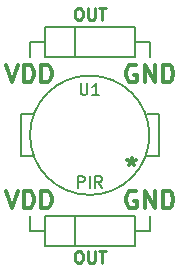
<source format=gto>
G04 (created by PCBNEW (2013-june-11)-stable) date Mon 31 Mar 2014 06:26:42 AM PDT*
%MOIN*%
G04 Gerber Fmt 3.4, Leading zero omitted, Abs format*
%FSLAX34Y34*%
G01*
G70*
G90*
G04 APERTURE LIST*
%ADD10C,0.00590551*%
%ADD11C,0.00787402*%
%ADD12C,0.01*%
%ADD13C,0.011811*%
%ADD14C,0.006*%
G04 APERTURE END LIST*
G54D10*
G54D11*
X84300Y-61500D02*
X84300Y-61000D01*
X83800Y-61500D02*
X84300Y-61500D01*
X80300Y-61500D02*
X80300Y-61000D01*
X80800Y-61500D02*
X80300Y-61500D01*
X84300Y-55200D02*
X84300Y-55700D01*
X83800Y-55200D02*
X84300Y-55200D01*
X80300Y-55200D02*
X80300Y-55700D01*
X80800Y-55200D02*
X80300Y-55200D01*
G54D12*
X81900Y-54061D02*
X81976Y-54061D01*
X82014Y-54080D01*
X82052Y-54119D01*
X82071Y-54195D01*
X82071Y-54328D01*
X82052Y-54404D01*
X82014Y-54442D01*
X81976Y-54461D01*
X81900Y-54461D01*
X81861Y-54442D01*
X81823Y-54404D01*
X81804Y-54328D01*
X81804Y-54195D01*
X81823Y-54119D01*
X81861Y-54080D01*
X81900Y-54061D01*
X82242Y-54061D02*
X82242Y-54385D01*
X82261Y-54423D01*
X82280Y-54442D01*
X82319Y-54461D01*
X82395Y-54461D01*
X82433Y-54442D01*
X82452Y-54423D01*
X82471Y-54385D01*
X82471Y-54061D01*
X82604Y-54061D02*
X82833Y-54061D01*
X82719Y-54461D02*
X82719Y-54061D01*
X81900Y-62161D02*
X81976Y-62161D01*
X82014Y-62180D01*
X82052Y-62219D01*
X82071Y-62295D01*
X82071Y-62428D01*
X82052Y-62504D01*
X82014Y-62542D01*
X81976Y-62561D01*
X81900Y-62561D01*
X81861Y-62542D01*
X81823Y-62504D01*
X81804Y-62428D01*
X81804Y-62295D01*
X81823Y-62219D01*
X81861Y-62180D01*
X81900Y-62161D01*
X82242Y-62161D02*
X82242Y-62485D01*
X82261Y-62523D01*
X82280Y-62542D01*
X82319Y-62561D01*
X82395Y-62561D01*
X82433Y-62542D01*
X82452Y-62523D01*
X82471Y-62485D01*
X82471Y-62161D01*
X82604Y-62161D02*
X82833Y-62161D01*
X82719Y-62561D02*
X82719Y-62161D01*
G54D13*
X83850Y-55976D02*
X83793Y-55948D01*
X83709Y-55948D01*
X83625Y-55976D01*
X83568Y-56032D01*
X83540Y-56089D01*
X83512Y-56201D01*
X83512Y-56285D01*
X83540Y-56398D01*
X83568Y-56454D01*
X83625Y-56510D01*
X83709Y-56539D01*
X83765Y-56539D01*
X83850Y-56510D01*
X83878Y-56482D01*
X83878Y-56285D01*
X83765Y-56285D01*
X84131Y-56539D02*
X84131Y-55948D01*
X84468Y-56539D01*
X84468Y-55948D01*
X84749Y-56539D02*
X84749Y-55948D01*
X84890Y-55948D01*
X84974Y-55976D01*
X85031Y-56032D01*
X85059Y-56089D01*
X85087Y-56201D01*
X85087Y-56285D01*
X85059Y-56398D01*
X85031Y-56454D01*
X84974Y-56510D01*
X84890Y-56539D01*
X84749Y-56539D01*
X79512Y-55948D02*
X79709Y-56539D01*
X79906Y-55948D01*
X80103Y-56539D02*
X80103Y-55948D01*
X80243Y-55948D01*
X80328Y-55976D01*
X80384Y-56032D01*
X80412Y-56089D01*
X80440Y-56201D01*
X80440Y-56285D01*
X80412Y-56398D01*
X80384Y-56454D01*
X80328Y-56510D01*
X80243Y-56539D01*
X80103Y-56539D01*
X80693Y-56539D02*
X80693Y-55948D01*
X80834Y-55948D01*
X80918Y-55976D01*
X80974Y-56032D01*
X81003Y-56089D01*
X81031Y-56201D01*
X81031Y-56285D01*
X81003Y-56398D01*
X80974Y-56454D01*
X80918Y-56510D01*
X80834Y-56539D01*
X80693Y-56539D01*
X79512Y-60148D02*
X79709Y-60739D01*
X79906Y-60148D01*
X80103Y-60739D02*
X80103Y-60148D01*
X80243Y-60148D01*
X80328Y-60176D01*
X80384Y-60232D01*
X80412Y-60289D01*
X80440Y-60401D01*
X80440Y-60485D01*
X80412Y-60598D01*
X80384Y-60654D01*
X80328Y-60710D01*
X80243Y-60739D01*
X80103Y-60739D01*
X80693Y-60739D02*
X80693Y-60148D01*
X80834Y-60148D01*
X80918Y-60176D01*
X80974Y-60232D01*
X81003Y-60289D01*
X81031Y-60401D01*
X81031Y-60485D01*
X81003Y-60598D01*
X80974Y-60654D01*
X80918Y-60710D01*
X80834Y-60739D01*
X80693Y-60739D01*
X83850Y-60176D02*
X83793Y-60148D01*
X83709Y-60148D01*
X83625Y-60176D01*
X83568Y-60232D01*
X83540Y-60289D01*
X83512Y-60401D01*
X83512Y-60485D01*
X83540Y-60598D01*
X83568Y-60654D01*
X83625Y-60710D01*
X83709Y-60739D01*
X83765Y-60739D01*
X83850Y-60710D01*
X83878Y-60682D01*
X83878Y-60485D01*
X83765Y-60485D01*
X84131Y-60739D02*
X84131Y-60148D01*
X84468Y-60739D01*
X84468Y-60148D01*
X84749Y-60739D02*
X84749Y-60148D01*
X84890Y-60148D01*
X84974Y-60176D01*
X85031Y-60232D01*
X85059Y-60289D01*
X85087Y-60401D01*
X85087Y-60485D01*
X85059Y-60598D01*
X85031Y-60654D01*
X84974Y-60710D01*
X84890Y-60739D01*
X84749Y-60739D01*
G54D11*
X84600Y-57600D02*
X84200Y-57600D01*
X84600Y-59000D02*
X84600Y-57600D01*
X84200Y-59000D02*
X84600Y-59000D01*
X80000Y-59000D02*
X80400Y-59000D01*
X80000Y-57600D02*
X80000Y-59000D01*
X80400Y-57600D02*
X80000Y-57600D01*
G54D13*
X83700Y-59048D02*
X83700Y-59189D01*
X83559Y-59132D02*
X83700Y-59189D01*
X83840Y-59132D01*
X83615Y-59301D02*
X83700Y-59189D01*
X83784Y-59301D01*
G54D10*
X84289Y-58300D02*
G75*
G03X84289Y-58300I-1989J0D01*
G74*
G01*
G54D14*
X80800Y-55700D02*
X80800Y-54700D01*
X80800Y-54700D02*
X83800Y-54700D01*
X83800Y-54700D02*
X83800Y-55700D01*
X83800Y-55700D02*
X80800Y-55700D01*
X81800Y-54700D02*
X81800Y-55700D01*
X80800Y-62000D02*
X80800Y-61000D01*
X80800Y-61000D02*
X83800Y-61000D01*
X83800Y-61000D02*
X83800Y-62000D01*
X83800Y-62000D02*
X80800Y-62000D01*
X81800Y-61000D02*
X81800Y-62000D01*
G54D10*
X82000Y-56565D02*
X82000Y-56884D01*
X82018Y-56921D01*
X82037Y-56940D01*
X82075Y-56959D01*
X82150Y-56959D01*
X82187Y-56940D01*
X82206Y-56921D01*
X82225Y-56884D01*
X82225Y-56565D01*
X82618Y-56959D02*
X82393Y-56959D01*
X82506Y-56959D02*
X82506Y-56565D01*
X82468Y-56621D01*
X82431Y-56659D01*
X82393Y-56678D01*
X81906Y-60059D02*
X81906Y-59665D01*
X82056Y-59665D01*
X82093Y-59684D01*
X82112Y-59703D01*
X82131Y-59740D01*
X82131Y-59796D01*
X82112Y-59834D01*
X82093Y-59853D01*
X82056Y-59871D01*
X81906Y-59871D01*
X82300Y-60059D02*
X82300Y-59665D01*
X82712Y-60059D02*
X82581Y-59871D01*
X82487Y-60059D02*
X82487Y-59665D01*
X82637Y-59665D01*
X82674Y-59684D01*
X82693Y-59703D01*
X82712Y-59740D01*
X82712Y-59796D01*
X82693Y-59834D01*
X82674Y-59853D01*
X82637Y-59871D01*
X82487Y-59871D01*
M02*

</source>
